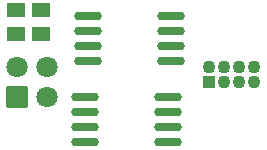
<source format=gts>
G04 Layer: TopSolderMaskLayer*
G04 EasyEDA v6.5.37, 2023-10-24 21:26:48*
G04 13e8901b193045539208411a1789d2c4,c6048ea56b6a48849a206ead02f041ac,10*
G04 Gerber Generator version 0.2*
G04 Scale: 100 percent, Rotated: No, Reflected: No *
G04 Dimensions in millimeters *
G04 leading zeros omitted , absolute positions ,4 integer and 5 decimal *
%FSLAX45Y45*%
%MOMM*%

%AMMACRO1*1,1,$1,$2,$3*1,1,$1,$4,$5*1,1,$1,0-$2,0-$3*1,1,$1,0-$4,0-$5*20,1,$1,$2,$3,$4,$5,0*20,1,$1,$4,$5,0-$2,0-$3,0*20,1,$1,0-$2,0-$3,0-$4,0-$5,0*20,1,$1,0-$4,0-$5,$2,$3,0*4,1,4,$2,$3,$4,$5,0-$2,0-$3,0-$4,0-$5,$2,$3,0*%
%ADD10MACRO1,0.1016X0.6885X-0.5663X-0.6885X-0.5663*%
%ADD11MACRO1,0.1016X0.6885X0.5663X-0.6885X0.5663*%
%ADD12O,2.3516082000000003X0.7315962*%
%ADD13MACRO1,0.1016X-0.8499X0.8499X0.8499X0.8499*%
%ADD14C,1.8016*%
%ADD15C,1.1000*%
%ADD16MACRO1,0.1X-0.5X0.5X0.5X0.5*%

%LPD*%
D10*
G01*
X876300Y8748704D03*
D11*
G01*
X876300Y8548695D03*
D10*
G01*
X1092200Y8748704D03*
D11*
G01*
X1092200Y8548695D03*
D12*
G01*
X1488490Y8699500D03*
G01*
X1488490Y8572500D03*
G01*
X1488490Y8445500D03*
G01*
X1488490Y8318500D03*
G01*
X2194509Y8699500D03*
G01*
X2194509Y8572500D03*
G01*
X2194509Y8445500D03*
G01*
X2194509Y8318500D03*
G01*
X1463090Y8013700D03*
G01*
X1463090Y7886700D03*
G01*
X1463090Y7759700D03*
G01*
X1463090Y7632700D03*
G01*
X2169109Y8013700D03*
G01*
X2169109Y7886700D03*
G01*
X2169109Y7759700D03*
G01*
X2169109Y7632700D03*
D13*
G01*
X889000Y8013700D03*
D14*
G01*
X889000Y8267700D03*
G01*
X1143000Y8013700D03*
G01*
X1143000Y8267700D03*
D15*
G01*
X2895600Y8267700D03*
G01*
X2895600Y8140700D03*
G01*
X2768600Y8267700D03*
G01*
X2768600Y8140700D03*
G01*
X2641600Y8267700D03*
G01*
X2641600Y8140700D03*
G01*
X2514600Y8267700D03*
D16*
G01*
X2514600Y8140700D03*
M02*

</source>
